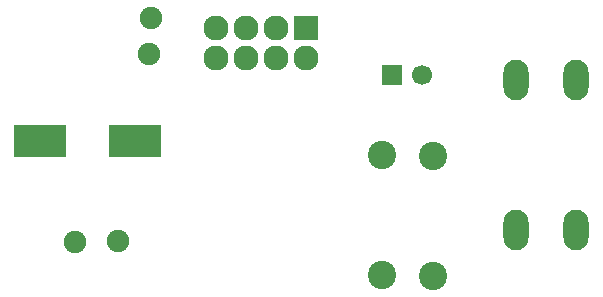
<source format=gts>
G04 #@! TF.FileFunction,Soldermask,Top*
%FSLAX46Y46*%
G04 Gerber Fmt 4.6, Leading zero omitted, Abs format (unit mm)*
G04 Created by KiCad (PCBNEW 4.0.2+e4-6225~38~ubuntu16.04.1-stable) date 2016년 06월 28일 (화) 오후 06시 01분 50초*
%MOMM*%
G01*
G04 APERTURE LIST*
%ADD10C,0.100000*%
%ADD11C,1.700000*%
%ADD12R,1.700000X1.700000*%
%ADD13R,4.400500X2.800300*%
%ADD14C,2.398980*%
%ADD15R,2.127200X2.127200*%
%ADD16O,2.127200X2.127200*%
%ADD17C,1.900000*%
%ADD18O,2.127200X3.448000*%
G04 APERTURE END LIST*
D10*
D11*
X93533600Y-61112400D03*
D12*
X91033600Y-61112400D03*
D13*
X61226700Y-66700400D03*
X69227700Y-66700400D03*
D14*
X94437200Y-67970400D03*
X94437200Y-78130400D03*
X90170000Y-78079600D03*
X90170000Y-67919600D03*
D15*
X83718400Y-57150000D03*
D16*
X83718400Y-59690000D03*
X81178400Y-57150000D03*
X81178400Y-59690000D03*
X78638400Y-57150000D03*
X78638400Y-59690000D03*
X76098400Y-57150000D03*
X76098400Y-59690000D03*
D17*
X70612000Y-56286400D03*
X70408800Y-59334400D03*
X64160400Y-75234800D03*
X67767200Y-75184000D03*
D18*
X101498000Y-61569600D03*
X106578000Y-61569600D03*
X101498000Y-74269600D03*
X106578000Y-74269600D03*
M02*

</source>
